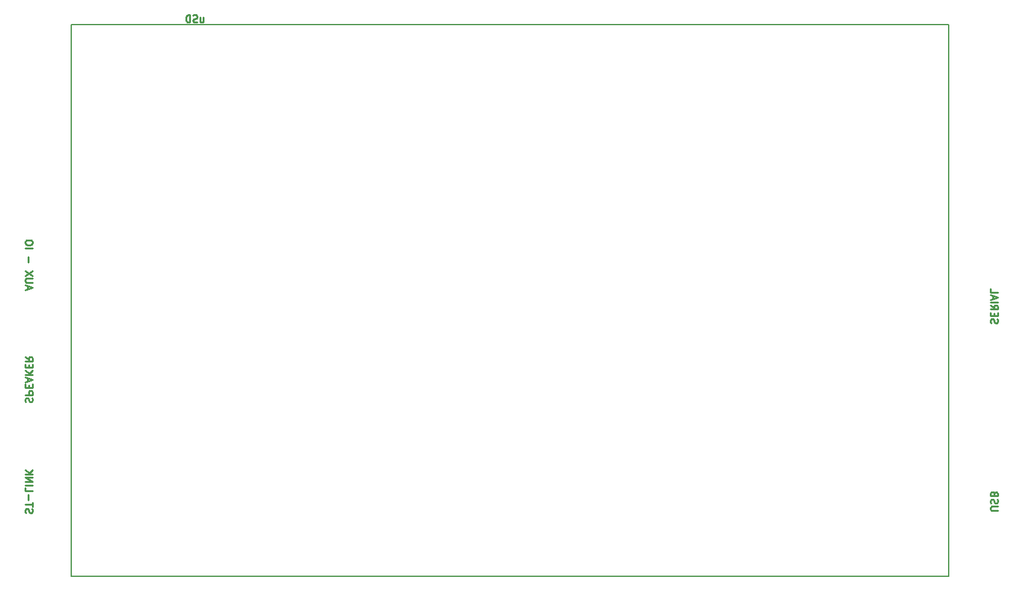
<source format=gbr>
%TF.GenerationSoftware,KiCad,Pcbnew,8.0.4*%
%TF.CreationDate,2024-10-13T10:09:03+07:00*%
%TF.ProjectId,lcd-standard-5R,6c63642d-7374-4616-9e64-6172642d3552,rev?*%
%TF.SameCoordinates,Original*%
%TF.FileFunction,Legend,Bot*%
%TF.FilePolarity,Positive*%
%FSLAX46Y46*%
G04 Gerber Fmt 4.6, Leading zero omitted, Abs format (unit mm)*
G04 Created by KiCad (PCBNEW 8.0.4) date 2024-10-13 10:09:03*
%MOMM*%
%LPD*%
G01*
G04 APERTURE LIST*
%ADD10C,0.200000*%
%ADD11C,0.250000*%
G04 APERTURE END LIST*
D10*
X84624400Y-132513400D02*
X205624400Y-132513400D01*
X84624400Y-56513400D02*
X205624400Y-56513400D01*
X84624400Y-56513400D02*
X84624400Y-132513400D01*
X205624400Y-56513400D02*
X205624400Y-132513400D01*
D11*
X212387180Y-123470231D02*
X211577657Y-123470231D01*
X211577657Y-123470231D02*
X211482419Y-123422612D01*
X211482419Y-123422612D02*
X211434800Y-123374993D01*
X211434800Y-123374993D02*
X211387180Y-123279755D01*
X211387180Y-123279755D02*
X211387180Y-123089279D01*
X211387180Y-123089279D02*
X211434800Y-122994041D01*
X211434800Y-122994041D02*
X211482419Y-122946422D01*
X211482419Y-122946422D02*
X211577657Y-122898803D01*
X211577657Y-122898803D02*
X212387180Y-122898803D01*
X211434800Y-122470231D02*
X211387180Y-122327374D01*
X211387180Y-122327374D02*
X211387180Y-122089279D01*
X211387180Y-122089279D02*
X211434800Y-121994041D01*
X211434800Y-121994041D02*
X211482419Y-121946422D01*
X211482419Y-121946422D02*
X211577657Y-121898803D01*
X211577657Y-121898803D02*
X211672895Y-121898803D01*
X211672895Y-121898803D02*
X211768133Y-121946422D01*
X211768133Y-121946422D02*
X211815752Y-121994041D01*
X211815752Y-121994041D02*
X211863371Y-122089279D01*
X211863371Y-122089279D02*
X211910990Y-122279755D01*
X211910990Y-122279755D02*
X211958609Y-122374993D01*
X211958609Y-122374993D02*
X212006228Y-122422612D01*
X212006228Y-122422612D02*
X212101466Y-122470231D01*
X212101466Y-122470231D02*
X212196704Y-122470231D01*
X212196704Y-122470231D02*
X212291942Y-122422612D01*
X212291942Y-122422612D02*
X212339561Y-122374993D01*
X212339561Y-122374993D02*
X212387180Y-122279755D01*
X212387180Y-122279755D02*
X212387180Y-122041660D01*
X212387180Y-122041660D02*
X212339561Y-121898803D01*
X211910990Y-121136898D02*
X211863371Y-120994041D01*
X211863371Y-120994041D02*
X211815752Y-120946422D01*
X211815752Y-120946422D02*
X211720514Y-120898803D01*
X211720514Y-120898803D02*
X211577657Y-120898803D01*
X211577657Y-120898803D02*
X211482419Y-120946422D01*
X211482419Y-120946422D02*
X211434800Y-120994041D01*
X211434800Y-120994041D02*
X211387180Y-121089279D01*
X211387180Y-121089279D02*
X211387180Y-121470231D01*
X211387180Y-121470231D02*
X212387180Y-121470231D01*
X212387180Y-121470231D02*
X212387180Y-121136898D01*
X212387180Y-121136898D02*
X212339561Y-121041660D01*
X212339561Y-121041660D02*
X212291942Y-120994041D01*
X212291942Y-120994041D02*
X212196704Y-120946422D01*
X212196704Y-120946422D02*
X212101466Y-120946422D01*
X212101466Y-120946422D02*
X212006228Y-120994041D01*
X212006228Y-120994041D02*
X211958609Y-121041660D01*
X211958609Y-121041660D02*
X211910990Y-121136898D01*
X211910990Y-121136898D02*
X211910990Y-121470231D01*
X78576895Y-92946523D02*
X78576895Y-92470333D01*
X78291180Y-93041761D02*
X79291180Y-92708428D01*
X79291180Y-92708428D02*
X78291180Y-92375095D01*
X79291180Y-92041761D02*
X78481657Y-92041761D01*
X78481657Y-92041761D02*
X78386419Y-91994142D01*
X78386419Y-91994142D02*
X78338800Y-91946523D01*
X78338800Y-91946523D02*
X78291180Y-91851285D01*
X78291180Y-91851285D02*
X78291180Y-91660809D01*
X78291180Y-91660809D02*
X78338800Y-91565571D01*
X78338800Y-91565571D02*
X78386419Y-91517952D01*
X78386419Y-91517952D02*
X78481657Y-91470333D01*
X78481657Y-91470333D02*
X79291180Y-91470333D01*
X79291180Y-91089380D02*
X78291180Y-90422714D01*
X79291180Y-90422714D02*
X78291180Y-91089380D01*
X78672133Y-89279856D02*
X78672133Y-88517952D01*
X78291180Y-87279856D02*
X79291180Y-87279856D01*
X79291180Y-86613190D02*
X79291180Y-86422714D01*
X79291180Y-86422714D02*
X79243561Y-86327476D01*
X79243561Y-86327476D02*
X79148323Y-86232238D01*
X79148323Y-86232238D02*
X78957847Y-86184619D01*
X78957847Y-86184619D02*
X78624514Y-86184619D01*
X78624514Y-86184619D02*
X78434038Y-86232238D01*
X78434038Y-86232238D02*
X78338800Y-86327476D01*
X78338800Y-86327476D02*
X78291180Y-86422714D01*
X78291180Y-86422714D02*
X78291180Y-86613190D01*
X78291180Y-86613190D02*
X78338800Y-86708428D01*
X78338800Y-86708428D02*
X78434038Y-86803666D01*
X78434038Y-86803666D02*
X78624514Y-86851285D01*
X78624514Y-86851285D02*
X78957847Y-86851285D01*
X78957847Y-86851285D02*
X79148323Y-86803666D01*
X79148323Y-86803666D02*
X79243561Y-86708428D01*
X79243561Y-86708428D02*
X79291180Y-86613190D01*
X78338800Y-123789107D02*
X78291180Y-123646250D01*
X78291180Y-123646250D02*
X78291180Y-123408155D01*
X78291180Y-123408155D02*
X78338800Y-123312917D01*
X78338800Y-123312917D02*
X78386419Y-123265298D01*
X78386419Y-123265298D02*
X78481657Y-123217679D01*
X78481657Y-123217679D02*
X78576895Y-123217679D01*
X78576895Y-123217679D02*
X78672133Y-123265298D01*
X78672133Y-123265298D02*
X78719752Y-123312917D01*
X78719752Y-123312917D02*
X78767371Y-123408155D01*
X78767371Y-123408155D02*
X78814990Y-123598631D01*
X78814990Y-123598631D02*
X78862609Y-123693869D01*
X78862609Y-123693869D02*
X78910228Y-123741488D01*
X78910228Y-123741488D02*
X79005466Y-123789107D01*
X79005466Y-123789107D02*
X79100704Y-123789107D01*
X79100704Y-123789107D02*
X79195942Y-123741488D01*
X79195942Y-123741488D02*
X79243561Y-123693869D01*
X79243561Y-123693869D02*
X79291180Y-123598631D01*
X79291180Y-123598631D02*
X79291180Y-123360536D01*
X79291180Y-123360536D02*
X79243561Y-123217679D01*
X79291180Y-122931964D02*
X79291180Y-122360536D01*
X78291180Y-122646250D02*
X79291180Y-122646250D01*
X78672133Y-122027202D02*
X78672133Y-121265298D01*
X78291180Y-120312917D02*
X78291180Y-120789107D01*
X78291180Y-120789107D02*
X79291180Y-120789107D01*
X78291180Y-119979583D02*
X79291180Y-119979583D01*
X78291180Y-119503393D02*
X79291180Y-119503393D01*
X79291180Y-119503393D02*
X78291180Y-118931965D01*
X78291180Y-118931965D02*
X79291180Y-118931965D01*
X78291180Y-118455774D02*
X79291180Y-118455774D01*
X78291180Y-117884346D02*
X78862609Y-118312917D01*
X79291180Y-117884346D02*
X78719752Y-118455774D01*
X211434800Y-97633450D02*
X211387180Y-97490593D01*
X211387180Y-97490593D02*
X211387180Y-97252498D01*
X211387180Y-97252498D02*
X211434800Y-97157260D01*
X211434800Y-97157260D02*
X211482419Y-97109641D01*
X211482419Y-97109641D02*
X211577657Y-97062022D01*
X211577657Y-97062022D02*
X211672895Y-97062022D01*
X211672895Y-97062022D02*
X211768133Y-97109641D01*
X211768133Y-97109641D02*
X211815752Y-97157260D01*
X211815752Y-97157260D02*
X211863371Y-97252498D01*
X211863371Y-97252498D02*
X211910990Y-97442974D01*
X211910990Y-97442974D02*
X211958609Y-97538212D01*
X211958609Y-97538212D02*
X212006228Y-97585831D01*
X212006228Y-97585831D02*
X212101466Y-97633450D01*
X212101466Y-97633450D02*
X212196704Y-97633450D01*
X212196704Y-97633450D02*
X212291942Y-97585831D01*
X212291942Y-97585831D02*
X212339561Y-97538212D01*
X212339561Y-97538212D02*
X212387180Y-97442974D01*
X212387180Y-97442974D02*
X212387180Y-97204879D01*
X212387180Y-97204879D02*
X212339561Y-97062022D01*
X211910990Y-96633450D02*
X211910990Y-96300117D01*
X211387180Y-96157260D02*
X211387180Y-96633450D01*
X211387180Y-96633450D02*
X212387180Y-96633450D01*
X212387180Y-96633450D02*
X212387180Y-96157260D01*
X211387180Y-95157260D02*
X211863371Y-95490593D01*
X211387180Y-95728688D02*
X212387180Y-95728688D01*
X212387180Y-95728688D02*
X212387180Y-95347736D01*
X212387180Y-95347736D02*
X212339561Y-95252498D01*
X212339561Y-95252498D02*
X212291942Y-95204879D01*
X212291942Y-95204879D02*
X212196704Y-95157260D01*
X212196704Y-95157260D02*
X212053847Y-95157260D01*
X212053847Y-95157260D02*
X211958609Y-95204879D01*
X211958609Y-95204879D02*
X211910990Y-95252498D01*
X211910990Y-95252498D02*
X211863371Y-95347736D01*
X211863371Y-95347736D02*
X211863371Y-95728688D01*
X211387180Y-94728688D02*
X212387180Y-94728688D01*
X211672895Y-94300117D02*
X211672895Y-93823927D01*
X211387180Y-94395355D02*
X212387180Y-94062022D01*
X212387180Y-94062022D02*
X211387180Y-93728689D01*
X211387180Y-92919165D02*
X211387180Y-93395355D01*
X211387180Y-93395355D02*
X212387180Y-93395355D01*
X78338800Y-108512574D02*
X78291180Y-108369717D01*
X78291180Y-108369717D02*
X78291180Y-108131622D01*
X78291180Y-108131622D02*
X78338800Y-108036384D01*
X78338800Y-108036384D02*
X78386419Y-107988765D01*
X78386419Y-107988765D02*
X78481657Y-107941146D01*
X78481657Y-107941146D02*
X78576895Y-107941146D01*
X78576895Y-107941146D02*
X78672133Y-107988765D01*
X78672133Y-107988765D02*
X78719752Y-108036384D01*
X78719752Y-108036384D02*
X78767371Y-108131622D01*
X78767371Y-108131622D02*
X78814990Y-108322098D01*
X78814990Y-108322098D02*
X78862609Y-108417336D01*
X78862609Y-108417336D02*
X78910228Y-108464955D01*
X78910228Y-108464955D02*
X79005466Y-108512574D01*
X79005466Y-108512574D02*
X79100704Y-108512574D01*
X79100704Y-108512574D02*
X79195942Y-108464955D01*
X79195942Y-108464955D02*
X79243561Y-108417336D01*
X79243561Y-108417336D02*
X79291180Y-108322098D01*
X79291180Y-108322098D02*
X79291180Y-108084003D01*
X79291180Y-108084003D02*
X79243561Y-107941146D01*
X78291180Y-107512574D02*
X79291180Y-107512574D01*
X79291180Y-107512574D02*
X79291180Y-107131622D01*
X79291180Y-107131622D02*
X79243561Y-107036384D01*
X79243561Y-107036384D02*
X79195942Y-106988765D01*
X79195942Y-106988765D02*
X79100704Y-106941146D01*
X79100704Y-106941146D02*
X78957847Y-106941146D01*
X78957847Y-106941146D02*
X78862609Y-106988765D01*
X78862609Y-106988765D02*
X78814990Y-107036384D01*
X78814990Y-107036384D02*
X78767371Y-107131622D01*
X78767371Y-107131622D02*
X78767371Y-107512574D01*
X78814990Y-106512574D02*
X78814990Y-106179241D01*
X78291180Y-106036384D02*
X78291180Y-106512574D01*
X78291180Y-106512574D02*
X79291180Y-106512574D01*
X79291180Y-106512574D02*
X79291180Y-106036384D01*
X78576895Y-105655431D02*
X78576895Y-105179241D01*
X78291180Y-105750669D02*
X79291180Y-105417336D01*
X79291180Y-105417336D02*
X78291180Y-105084003D01*
X78291180Y-104750669D02*
X79291180Y-104750669D01*
X78291180Y-104179241D02*
X78862609Y-104607812D01*
X79291180Y-104179241D02*
X78719752Y-104750669D01*
X78814990Y-103750669D02*
X78814990Y-103417336D01*
X78291180Y-103274479D02*
X78291180Y-103750669D01*
X78291180Y-103750669D02*
X79291180Y-103750669D01*
X79291180Y-103750669D02*
X79291180Y-103274479D01*
X78291180Y-102274479D02*
X78767371Y-102607812D01*
X78291180Y-102845907D02*
X79291180Y-102845907D01*
X79291180Y-102845907D02*
X79291180Y-102464955D01*
X79291180Y-102464955D02*
X79243561Y-102369717D01*
X79243561Y-102369717D02*
X79195942Y-102322098D01*
X79195942Y-102322098D02*
X79100704Y-102274479D01*
X79100704Y-102274479D02*
X78957847Y-102274479D01*
X78957847Y-102274479D02*
X78862609Y-102322098D01*
X78862609Y-102322098D02*
X78814990Y-102369717D01*
X78814990Y-102369717D02*
X78767371Y-102464955D01*
X78767371Y-102464955D02*
X78767371Y-102845907D01*
X102431831Y-55509752D02*
X102431831Y-56176419D01*
X102860402Y-55509752D02*
X102860402Y-56033561D01*
X102860402Y-56033561D02*
X102812783Y-56128800D01*
X102812783Y-56128800D02*
X102717545Y-56176419D01*
X102717545Y-56176419D02*
X102574688Y-56176419D01*
X102574688Y-56176419D02*
X102479450Y-56128800D01*
X102479450Y-56128800D02*
X102431831Y-56081180D01*
X102003259Y-56128800D02*
X101860402Y-56176419D01*
X101860402Y-56176419D02*
X101622307Y-56176419D01*
X101622307Y-56176419D02*
X101527069Y-56128800D01*
X101527069Y-56128800D02*
X101479450Y-56081180D01*
X101479450Y-56081180D02*
X101431831Y-55985942D01*
X101431831Y-55985942D02*
X101431831Y-55890704D01*
X101431831Y-55890704D02*
X101479450Y-55795466D01*
X101479450Y-55795466D02*
X101527069Y-55747847D01*
X101527069Y-55747847D02*
X101622307Y-55700228D01*
X101622307Y-55700228D02*
X101812783Y-55652609D01*
X101812783Y-55652609D02*
X101908021Y-55604990D01*
X101908021Y-55604990D02*
X101955640Y-55557371D01*
X101955640Y-55557371D02*
X102003259Y-55462133D01*
X102003259Y-55462133D02*
X102003259Y-55366895D01*
X102003259Y-55366895D02*
X101955640Y-55271657D01*
X101955640Y-55271657D02*
X101908021Y-55224038D01*
X101908021Y-55224038D02*
X101812783Y-55176419D01*
X101812783Y-55176419D02*
X101574688Y-55176419D01*
X101574688Y-55176419D02*
X101431831Y-55224038D01*
X101003259Y-56176419D02*
X101003259Y-55176419D01*
X101003259Y-55176419D02*
X100765164Y-55176419D01*
X100765164Y-55176419D02*
X100622307Y-55224038D01*
X100622307Y-55224038D02*
X100527069Y-55319276D01*
X100527069Y-55319276D02*
X100479450Y-55414514D01*
X100479450Y-55414514D02*
X100431831Y-55604990D01*
X100431831Y-55604990D02*
X100431831Y-55747847D01*
X100431831Y-55747847D02*
X100479450Y-55938323D01*
X100479450Y-55938323D02*
X100527069Y-56033561D01*
X100527069Y-56033561D02*
X100622307Y-56128800D01*
X100622307Y-56128800D02*
X100765164Y-56176419D01*
X100765164Y-56176419D02*
X101003259Y-56176419D01*
M02*

</source>
